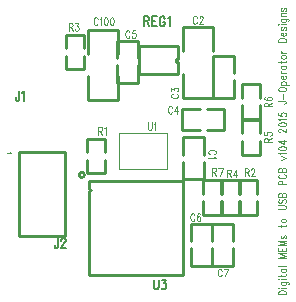
<source format=gto>
*
*
G04 PADS Layout (Build Number 2008.43.1) generated Gerber (RS-274-X) file*
G04 PC Version=2.1*
*
%IN "digital MEMs USB v103.p"*%
*
%MOIN*%
*
%FSLAX35Y35*%
*
*
*
*
G04 PC Standard Apertures*
*
*
G04 Thermal Relief Aperture macro.*
%AMTER*
1,1,$1,0,0*
1,0,$1-$2,0,0*
21,0,$3,$4,0,0,45*
21,0,$3,$4,0,0,135*
%
*
*
G04 Annular Aperture macro.*
%AMANN*
1,1,$1,0,0*
1,0,$2,0,0*
%
*
*
G04 Odd Aperture macro.*
%AMODD*
1,1,$1,0,0*
1,0,$1-0.005,0,0*
%
*
*
G04 PC Custom Aperture Macros*
*
*
*
*
*
*
G04 PC Aperture Table*
*
%ADD010C,0.001*%
%ADD012C,0.005*%
%ADD022C,0.01*%
%ADD072C,0.00394*%
%ADD084C,0.00197*%
*
*
*
*
G04 PC Circuitry*
G04 Layer Name digital MEMs USB v103.p - circuitry*
%LPD*%
*
*
G04 PC Custom Flashes*
G04 Layer Name digital MEMs USB v103.p - flashes*
%LPD*%
*
*
G04 PC Circuitry*
G04 Layer Name digital MEMs USB v103.p - circuitry*
%LPD*%
*
G54D10*
G54D12*
G01X107829Y169423D02*
Y166923D01*
X107716Y166454*
X107602Y166298*
X107375Y166142*
X107147*
X106920Y166298*
X106807Y166454*
X106693Y166923*
Y167235*
X108852Y168798D02*
X109079Y168954D01*
X109420Y169423*
Y166142*
X149606Y194226D02*
Y190945D01*
Y194226D02*
X150629D01*
X150970Y194070*
X151084Y193914*
X151197Y193601*
Y193289*
X151084Y192976*
X150970Y192820*
X150629Y192664*
X149606*
X150402D02*
X151197Y190945D01*
X152220Y194226D02*
Y190945D01*
Y194226D02*
X153697D01*
X152220Y192664D02*
X153129D01*
X152220Y190945D02*
X153697D01*
X156424Y193445D02*
X156311Y193757D01*
X156084Y194070*
X155856Y194226*
X155402*
X155174Y194070*
X154947Y193757*
X154834Y193445*
X154720Y192976*
Y192195*
X154834Y191726*
X154947Y191414*
X155174Y191101*
X155402Y190945*
X155856*
X156084Y191101*
X156311Y191414*
X156424Y191726*
Y192195*
X155856D02*
X156424D01*
X157447Y193601D02*
X157674Y193757D01*
X158015Y194226*
Y190945*
X152756Y106431D02*
Y104087D01*
X152870Y103618*
X153097Y103306*
X153438Y103150*
X153665*
X154006Y103306*
X154233Y103618*
X154347Y104087*
Y106431*
X155597D02*
X156847D01*
X156165Y105181*
X156506*
X156733Y105025*
X156847Y104868*
X156960Y104400*
Y104087*
X156847Y103618*
X156620Y103306*
X156279Y103150*
X155938*
X155597Y103306*
X155483Y103462*
X155370Y103775*
X120821Y120210D02*
Y117710D01*
X120708Y117242*
X120594Y117085*
X120367Y116929*
X120140*
X119912Y117085*
X119799Y117242*
X119685Y117710*
Y118023*
X121958Y119429D02*
Y119585D01*
X122071Y119898*
X122185Y120054*
X122412Y120210*
X122867*
X123094Y120054*
X123208Y119898*
X123321Y119585*
Y119273*
X123208Y118960*
X122980Y118492*
X121844Y116929*
X123435*
G54D22*
X169642Y148050D02*
Y153850D01*
X162642*
Y148050*
X169642Y145650D02*
Y139850D01*
X162642*
Y145650*
X168091Y163343D02*
X162291D01*
Y156343*
X168091*
X170491Y163343D02*
X176291D01*
Y156343*
X170491*
X147594Y180334D02*
Y186134D01*
X140594*
Y180334*
X147594Y177934D02*
Y172134D01*
X140594*
Y177934*
X140827Y181703D02*
Y189753D01*
X130827*
Y181703*
X140827Y174203D02*
Y166153D01*
X130827*
Y174203*
X130465Y146388D02*
Y141838D01*
X136465*
Y146388*
X130465Y148888D02*
Y153438D01*
X136465*
Y148888*
X182039Y152687D02*
Y148137D01*
X188039*
Y152687*
X182039Y155187D02*
Y159737D01*
X188039*
Y155187*
X182039Y164498D02*
Y159948D01*
X188039*
Y164498*
X182039Y166998D02*
Y171548D01*
X188039*
Y166998*
X129378Y183533D02*
Y188083D01*
X123378*
Y183533*
X129378Y181033D02*
Y176483D01*
X123378*
Y181033*
X172484Y172816D02*
Y167016D01*
X179484*
Y172816*
X172484Y175216D02*
Y181016D01*
X179484*
Y175216*
X162323Y174990D02*
Y166940D01*
X172323*
Y174990*
X162323Y182490D02*
Y190540D01*
X172323*
Y182490*
X160827Y184154D02*
Y180106D01*
X160015*
Y178949*
X160827*
Y174902*
X147835*
Y184154*
X160827*
X181252Y132608D02*
Y128058D01*
X187252*
Y132608*
X181252Y135108D02*
Y139658D01*
X187252*
Y135108*
X175346Y132608D02*
Y128058D01*
X181346*
Y132608*
X175346Y135108D02*
Y139658D01*
X181346*
Y135108*
X175047D02*
Y139658D01*
X169047*
Y135108*
X175047Y132608D02*
Y128058D01*
X169047*
Y132608*
X129620Y141339D02*
G75*
G03X129620I-880J0D01*
G01X131102Y107874D02*
X162598D01*
Y139370*
X131102*
Y136614*
X131890Y136220*
X131102Y135827*
Y107874*
X107677Y148976D02*
X123031D01*
Y121102*
X107677*
Y148976*
X165004Y116910D02*
Y111110D01*
X172004*
Y116910*
X165004Y119310D02*
Y125110D01*
X172004*
Y119310*
X172091Y116910D02*
Y111110D01*
X179091*
Y116910*
X172091Y119310D02*
Y125110D01*
X179091*
Y119310*
G54D72*
X157213Y143213D02*
Y155213D01*
X141213*
Y143213*
X157213*
X172835Y148264D02*
X173081Y148354D01*
X173327Y148533*
X173450Y148712*
Y149069*
X173327Y149248*
X173081Y149427*
X172835Y149517*
X172466Y149606*
X171850*
X171481Y149517*
X171235Y149427*
X170989Y149248*
X170866Y149069*
Y148712*
X170989Y148533*
X171235Y148354*
X171481Y148264*
X172958Y147459D02*
X173081Y147280D01*
X173450Y147011*
X170866*
X158822Y163780D02*
X158733Y164026D01*
X158554Y164272*
X158375Y164395*
X158017*
X157838Y164272*
X157659Y164026*
X157570Y163780*
X157480Y163410*
Y162795*
X157570Y162426*
X157659Y162180*
X157838Y161934*
X158017Y161811*
X158375*
X158554Y161934*
X158733Y162180*
X158822Y162426*
X160523Y164395D02*
X159628Y162672D01*
X160970*
X160523Y164395D02*
Y161811D01*
X144649Y188976D02*
X144560Y189222D01*
X144381Y189469*
X144202Y189592*
X143844*
X143665Y189469*
X143486Y189222*
X143397Y188976*
X143307Y188607*
Y187992*
X143397Y187623*
X143486Y187377*
X143665Y187131*
X143844Y187008*
X144202*
X144381Y187131*
X144560Y187377*
X144649Y187623*
X146618Y189592D02*
X145723D01*
X145634Y188484*
X145634D02*
X145723Y188607D01*
X145991Y188730*
X146260*
X146528Y188607*
X146707Y188361*
X146797Y187992*
X146707Y187746*
X146618Y187377*
X146439Y187131*
X146170Y187008*
X145902*
X145634Y187131*
X145634D02*
X145544Y187254D01*
X145455Y187500*
X134019Y193307D02*
X133930Y193553D01*
X133751Y193799*
X133572Y193922*
X133214*
X133035Y193799*
X132856Y193553*
X132767Y193307*
X132677Y192938*
Y192323*
X132767Y191954*
X132856Y191708*
X133035Y191462*
X133214Y191339*
X133572*
X133751Y191462*
X133930Y191708*
X134019Y191954*
X134825Y193430D02*
X135004Y193553D01*
X135272Y193922*
Y191339*
X136614Y193922D02*
X136346Y193799D01*
X136167Y193430*
X136077Y192815*
Y192446*
X136167Y191831*
X136346Y191462*
X136614Y191339*
X136793*
X137062Y191462*
X137241Y191831*
X137330Y192446*
Y192815*
X137241Y193430*
X137062Y193799*
X136793Y193922*
X136614*
X138672D02*
X138404Y193799D01*
X138225Y193430*
X138135Y192815*
Y192446*
X138225Y191831*
X138404Y191462*
X138672Y191339*
X138851*
X139120Y191462*
X139298Y191831*
X139388Y192446*
Y192815*
X139298Y193430*
X139120Y193799*
X138851Y193922*
X138672*
X134252Y157308D02*
Y154724D01*
Y157308D02*
X135057D01*
X135326Y157185*
X135415Y157062*
X135505Y156816*
Y156570*
X135415Y156324*
X135326Y156201*
X135057Y156078*
X134252*
X134878D02*
X135505Y154724D01*
X136310Y156816D02*
X136489Y156939D01*
X136757Y157308*
Y154724*
X189542Y152362D02*
X192126D01*
X189542D02*
Y153168D01*
X189665Y153436*
X189788Y153525*
X190034Y153615*
X190281*
X190527Y153525*
X190650Y153436*
X190773Y153168*
Y152362*
Y152989D02*
X192126Y153615D01*
X189542Y155583D02*
Y154689D01*
X190650Y154599*
X190527Y154689*
X190404Y154957*
Y155225*
X190527Y155494*
X190773Y155673*
X191142Y155762*
X191388Y155673*
X191757Y155583*
X192003Y155404*
X192126Y155136*
Y154868*
X192003Y154599*
X191880Y154510*
X191634Y154420*
X189542Y164173D02*
X192126D01*
X189542D02*
Y164979D01*
X189665Y165247*
X189788Y165336*
X190034Y165426*
X190281*
X190527Y165336*
X190650Y165247*
X190773Y164979*
Y164173*
Y164800D02*
X192126Y165426D01*
X189911Y167305D02*
X189665Y167215D01*
X189542Y166947*
Y166768*
X189665Y166500*
X190034Y166321*
X190650Y166231*
X191265*
X191757Y166321*
X192003Y166500*
X192126Y166768*
Y166858*
X192003Y167126*
X191757Y167305*
X191388Y167394*
X191265*
X190896Y167305*
X190650Y167126*
X190527Y166858*
Y166768*
X190650Y166500*
X190896Y166321*
X191265Y166231*
X124409Y191954D02*
Y189370D01*
Y191954D02*
X125215D01*
X125483Y191831*
X125573Y191708*
X125662Y191462*
Y191216*
X125573Y190969*
X125483Y190846*
X125215Y190723*
X124409*
X125036D02*
X125662Y189370D01*
X126646Y191954D02*
X127631D01*
X127094Y190969*
X127362*
X127541Y190846*
X127631Y190723*
X127720Y190354*
Y190108*
X127631Y189739*
X127452Y189493*
X127183Y189370*
X126915*
X126646Y189493*
X126557Y189616*
X126467Y189862*
X159016Y168358D02*
X158770Y168268D01*
X158524Y168089*
X158401Y167911*
Y167553*
X158524Y167374*
X158770Y167195*
X159016Y167105*
X159385Y167016*
X160000*
X160369Y167105*
X160615Y167195*
X160861Y167374*
X160984Y167553*
Y167911*
X160861Y168089*
X160615Y168268*
X160369Y168358*
X158401Y169342D02*
Y170326D01*
X159385Y169790*
Y170058*
X159508Y170237*
X159631Y170326*
X160000Y170416*
X160246*
X160615Y170326*
X160861Y170147*
X160984Y169879*
Y169611*
X160861Y169342*
X160738Y169253*
X160492Y169163*
X167090Y193701D02*
X167001Y193947D01*
X166822Y194193*
X166643Y194316*
X166285*
X166106Y194193*
X165927Y193947*
X165838Y193701*
X165748Y193332*
Y192717*
X165838Y192347*
X165927Y192101*
X166106Y191855*
X166285Y191732*
X166643*
X166822Y191855*
X167001Y192101*
X167090Y192347*
X167985Y193701D02*
Y193824D01*
X168074Y194070*
X168164Y194193*
X168343Y194316*
X168701*
X168880Y194193*
X168969Y194070*
X169059Y193824*
Y193578*
X168969Y193332*
X168790Y192963*
X167895Y191732*
X169148*
X150787Y158883D02*
Y157037D01*
X150877Y156668*
X151056Y156422*
X151324Y156299*
X151503*
X151772Y156422*
X151951Y156668*
X152040Y157037*
Y158883*
X152845Y158391D02*
X153024Y158514D01*
X153293Y158883*
Y156299*
X183071Y143529D02*
Y140945D01*
Y143529D02*
X183876D01*
X184145Y143406*
X184234Y143282*
X184324Y143036*
Y142790*
X184234Y142544*
X184145Y142421*
X183876Y142298*
X183071*
X183697D02*
X184324Y140945D01*
X185218Y142913D02*
Y143036D01*
X185308Y143282*
X185397Y143406*
X185576Y143529*
X185934*
X186113Y143406*
X186203Y143282*
X186292Y143036*
Y142790*
X186203Y142544*
X186024Y142175*
X185129Y140945*
X186382*
X177165Y143135D02*
Y140551D01*
Y143135D02*
X177971D01*
X178239Y143012*
X178329Y142889*
X178418Y142643*
Y142397*
X178329Y142151*
X178239Y142028*
X177971Y141905*
X177165*
X177792D02*
X178418Y140551D01*
X180118Y143135D02*
X179223Y141412D01*
X180565*
X180118Y143135D02*
Y140551D01*
X172047Y143787D02*
Y140945D01*
Y143787D02*
X172933D01*
X173228Y143652*
X173327Y143516*
X173425Y143246*
Y142975*
X173327Y142704*
X173228Y142569*
X172933Y142434*
X172047*
X172736D02*
X173425Y140945D01*
X175689Y143787D02*
X174705Y140945D01*
X174311Y143787D02*
X175689D01*
X166303Y127953D02*
X166213Y128199D01*
X166034Y128445*
X165855Y128568*
X165497*
X165319Y128445*
X165140Y128199*
X165050Y127953*
X164961Y127584*
Y126969*
X165050Y126599*
X165140Y126353*
X165319Y126107*
X165497Y125984*
X165855*
X166034Y126107*
X166213Y126353*
X166303Y126599*
X168182Y128199D02*
X168092Y128445D01*
X167824Y128568*
X167645*
X167377Y128445*
X167198Y128076*
X167108Y127461*
Y126845*
X167198Y126353*
X167377Y126107*
X167645Y125984*
X167734*
X168003Y126107*
X168182Y126353*
X168271Y126722*
Y126845*
X168182Y127215*
X168003Y127461*
X167734Y127584*
X167645*
X167377Y127461*
X167198Y127215*
X167108Y126845*
X175358Y109449D02*
X175268Y109695D01*
X175089Y109941*
X174911Y110064*
X174553*
X174374Y109941*
X174195Y109695*
X174105Y109449*
X174016Y109080*
Y108465*
X174105Y108095*
X174195Y107849*
X174374Y107603*
X174553Y107480*
X174911*
X175089Y107603*
X175268Y107849*
X175358Y108095*
X177416Y110064D02*
X176521Y107480D01*
X176163Y110064D02*
X177416D01*
X194882Y155601D02*
X194759D01*
X194513Y155691*
X194390Y155780*
X194267Y155959*
Y156317*
X194390Y156496*
X194513Y156586*
X194759Y156675*
X195005*
X195251Y156586*
X195620Y156407*
X196850Y155512*
Y156764*
X194267Y158107D02*
X194390Y157838D01*
X194759Y157659*
X195374Y157570*
X195743*
X196358Y157659*
X196727Y157838*
X196850Y158107*
Y158286*
X196727Y158554*
X196358Y158733*
X195743Y158822*
X195374*
X194759Y158733*
X194390Y158554*
X194267Y158286*
Y158107*
X194759Y159628D02*
X194636Y159807D01*
X194267Y160075*
X196850*
X194267Y162044D02*
Y161149D01*
X195374Y161059*
X195251Y161149*
X195128Y161417*
Y161686*
X195251Y161954*
X195497Y162133*
X195866Y162223*
X196112Y162133*
X196481Y162044*
X196727Y161865*
X196850Y161596*
Y161328*
X196727Y161059*
X196604Y160970*
X196358Y160880*
X194267Y165981D02*
X196235D01*
X196604Y165891*
X196727Y165802*
X196850Y165623*
Y165444*
X196727Y165265*
X196604Y165175*
X196235Y165086*
X195989*
X195743Y166786D02*
Y168397D01*
X194267Y169739D02*
X194390Y169560D01*
X194636Y169381*
X194882Y169291*
X195251Y169202*
X195866*
X196235Y169291*
X196481Y169381*
X196727Y169560*
X196850Y169739*
Y170097*
X196727Y170276*
X196481Y170455*
X196235Y170544*
X195866Y170634*
X195866D02*
X195251D01*
X195251D02*
X194882Y170544D01*
X194636Y170455*
X194390Y170276*
X194267Y170097*
Y169739*
X195128Y171439D02*
X197712D01*
X195497D02*
X195251Y171618D01*
X195128Y171797*
Y172065*
X195251Y172244*
X195497Y172423*
X195866Y172513*
X196112*
X196481Y172423*
X196727Y172244*
X196850Y172065*
Y171797*
X196727Y171618*
X196481Y171439*
X195866Y173318D02*
Y174392D01*
X195620*
X195374Y174302*
X195251Y174213*
X195128Y174034*
Y173765*
X195251Y173586*
X195497Y173407*
X195866Y173318*
X196112*
X196481Y173407*
X196727Y173586*
X196850Y173765*
Y174034*
X196727Y174213*
X196481Y174392*
X195128Y175197D02*
X196850D01*
X195866D02*
X195497Y175286D01*
X195251Y175465*
X195128Y175644*
Y175913*
Y177792D02*
X196850D01*
X195497D02*
X195251Y177613D01*
X195128Y177434*
Y177165*
X195251Y176986*
X195497Y176807*
X195866Y176718*
X196112*
X196481Y176807*
X196727Y176986*
X196850Y177165*
Y177434*
X196727Y177613*
X196481Y177792*
X194267Y178865D02*
X196358D01*
X196727Y178955*
X196850Y179134*
Y179313*
X195128Y178597D02*
Y179223D01*
Y180565D02*
X195251Y180387D01*
X195497Y180208*
X195866Y180118*
X196112*
X196481Y180208*
X196727Y180387*
X196850Y180565*
X196850D02*
Y180834D01*
X196727Y181013*
X196481Y181192*
X196112Y181281*
X195866*
X195497Y181192*
X195251Y181013*
X195128Y180834*
Y180565*
Y182087D02*
X196850D01*
X195866D02*
X195497Y182176D01*
X195251Y182355*
X195128Y182534*
Y182802*
X194267Y185666D02*
X196850D01*
X194267D02*
Y186292D01*
X194390Y186560*
X194636Y186739*
X194882Y186829*
X195251Y186918*
X195866*
X196235Y186829*
X196481Y186739*
X196727Y186560*
X196850Y186292*
Y185666*
X195866Y187724D02*
Y188797D01*
X195620*
X195374Y188708*
X195251Y188618*
X195128Y188440*
Y188171*
X195251Y187992*
X195497Y187813*
X195866Y187724*
X196112*
X196481Y187813*
X196727Y187992*
X196850Y188171*
Y188440*
X196727Y188618*
X196481Y188797*
X195497Y190587D02*
X195251Y190497D01*
X195128Y190229*
Y189961*
X195251Y189692*
X195497Y189603*
X195743Y189692*
X195866Y189871*
X195989Y190319*
X196112Y190497*
X196358Y190587*
X196481*
X196727Y190497*
X196850Y190229*
Y189961*
X196727Y189692*
X196481Y189603*
X194267Y191392D02*
X194390Y191482D01*
X194267Y191571*
X194144Y191482*
X194267Y191392*
X195128Y191482D02*
X196850D01*
X195128Y193450D02*
X197096D01*
X197466Y193361*
X197589Y193271*
X197712Y193092*
Y192824*
X197589Y192645*
X195497Y193450D02*
X195251Y193271D01*
X195128Y193092*
Y192824*
X195251Y192645*
X195497Y192466*
X195866Y192377*
X196112*
X196481Y192466*
X196727Y192645*
X196850Y192824*
Y193092*
X196727Y193271*
X196481Y193450*
X195128Y194256D02*
X196850D01*
X195620D02*
X195251Y194524D01*
X195128Y194703*
Y194971*
X195251Y195150*
X195620Y195240*
X196850*
X195497Y197029D02*
X195251Y196940D01*
X195128Y196671*
Y196403*
X195251Y196135*
X195497Y196045*
X195743Y196135*
X195866Y196314*
X195989Y196761*
X196112Y196940*
X196358Y197029*
X196481*
X196727Y196940*
X196850Y196671*
Y196403*
X196727Y196135*
X196481Y196045*
X194267Y129921D02*
X196112D01*
X196481Y130011*
X196727Y130190*
X196850Y130458*
Y130637*
X196727Y130906*
X196481Y131084*
X196112Y131174*
X194267*
X194636Y133232D02*
X194390Y133053D01*
X194267Y132785*
Y132427*
X194390Y132158*
X194636Y131979*
X194882*
X195128Y132069*
X195251Y132158*
X195374Y132337*
X195620Y132874*
X195743Y133053*
X195866Y133142*
X196112Y133232*
X196481*
X196727Y133053*
X196850Y132785*
Y132427*
X196727Y132158*
X196481Y131979*
X194267Y134037D02*
X196850D01*
X194267D02*
Y134843D01*
X194390Y135111*
X194513Y135200*
X194759Y135290*
X195005*
X195251Y135200*
X195374Y135111*
X195497Y134843*
Y134037D02*
Y134843D01*
X195620Y135111*
X195743Y135200*
X195989Y135290*
X196358*
X196604Y135200*
X196727Y135111*
X196850Y134843*
Y134037*
X194267Y138153D02*
X196850D01*
X194267D02*
Y138958D01*
X194390Y139227*
X194513Y139316*
X194759Y139406*
X195128*
X195374Y139316*
X195497Y139227*
X195620Y138958*
Y138153*
X194882Y141553D02*
X194636Y141464D01*
X194390Y141285*
X194267Y141106*
Y140748*
X194390Y140569*
X194636Y140390*
X194882Y140301*
X195251Y140211*
X195866*
X196235Y140301*
X196481Y140390*
X196727Y140569*
X196850Y140748*
Y141106*
X196727Y141285*
X196481Y141464*
X196235Y141553*
X194267Y142359D02*
X196850D01*
X194267D02*
Y143164D01*
X194390Y143432*
X194513Y143522*
X194759Y143611*
X195005*
X195251Y143522*
X195374Y143432*
X195497Y143164*
Y142359D02*
Y143164D01*
X195620Y143432*
X195743Y143522*
X195989Y143611*
X196358*
X196604Y143522*
X196727Y143432*
X196850Y143164*
Y142359*
X195128Y146475D02*
X196850Y147011D01*
X195128Y147548D02*
X196850Y147011D01*
X194759Y148354D02*
X194636Y148533D01*
X194267Y148801*
X196850*
X194267Y150143D02*
X194390Y149875D01*
X194759Y149696*
X195374Y149606*
X195743*
X196358Y149696*
X196727Y149875*
X196850Y150143*
Y150322*
X196727Y150591*
X196358Y150770*
X195743Y150859*
X195374*
X194759Y150770*
X194390Y150591*
X194267Y150322*
Y150143*
Y152559D02*
X195989Y151664D01*
Y153006*
X194267Y152559D02*
X196850D01*
X194267Y101575D02*
X196850D01*
X194267D02*
Y102201D01*
X194390Y102470*
X194636Y102649*
X194882Y102738*
X195251Y102827*
X195866*
X196235Y102738*
X196481Y102649*
X196727Y102470*
X196850Y102201*
Y101575*
X194267Y103633D02*
X194390Y103722D01*
X194267Y103812*
X194144Y103722*
X194267Y103633*
X195128Y103722D02*
X196850D01*
X195128Y105691D02*
X197096D01*
X197466Y105601*
X197589Y105512*
X197712Y105333*
Y105064*
X197589Y104885*
X195497Y105691D02*
X195251Y105512D01*
X195128Y105333*
Y105064*
X195251Y104885*
X195497Y104707*
X195866Y104617*
X196112*
X196481Y104707*
X196727Y104885*
X196850Y105064*
Y105333*
X196727Y105512*
X196481Y105691*
X194267Y106496D02*
X194390Y106586D01*
X194267Y106675*
X194144Y106586*
X194267Y106496*
X195128Y106586D02*
X196850D01*
X194267Y107749D02*
X196358D01*
X196727Y107838*
X196850Y108017*
Y108196*
X195128Y107480D02*
Y108107D01*
Y110075D02*
X196850D01*
X195497D02*
X195251Y109896D01*
X195128Y109717*
Y109449*
X195251Y109270*
X195497Y109091*
X195866Y109001*
X196112*
X196481Y109091*
X196727Y109270*
X196850Y109449*
Y109717*
X196727Y109896*
X196481Y110075*
X194267Y110880D02*
X196850D01*
X194267Y113744D02*
X196850D01*
X194267D02*
X196850Y114460D01*
X194267Y115175D02*
X196850Y114460D01*
X194267Y115175D02*
X196850D01*
X194267Y115981D02*
X196850D01*
X194267D02*
Y117144D01*
X195497Y115981D02*
Y116696D01*
X196850Y115981D02*
Y117144D01*
X194267Y117949D02*
X196850D01*
X194267D02*
X196850Y118665D01*
X194267Y119381D02*
X196850Y118665D01*
X194267Y119381D02*
X196850D01*
X195497Y121170D02*
X195251Y121081D01*
X195128Y120812*
Y120544*
X195251Y120276*
X195497Y120186*
X195743Y120276*
X195866Y120455*
X195989Y120902*
X196112Y121081*
X196358Y121170*
X196481*
X196727Y121081*
X196850Y120812*
Y120544*
X196727Y120276*
X196481Y120186*
X194267Y124302D02*
X196358D01*
X196727Y124392*
X196850Y124571*
Y124749*
X195128Y124034D02*
Y124660D01*
Y126002D02*
X195251Y125823D01*
X195497Y125644*
X195866Y125555*
X196112*
X196481Y125644*
X196727Y125823*
X196850Y126002*
Y126271*
X196727Y126450*
X196481Y126628*
X196112Y126718*
X195866*
X195497Y126628*
X195251Y126450*
X195128Y126271*
Y126002*
G54D84*
X104983Y148819D02*
X105044Y148729D01*
X105229Y148595*
X103937*
G74*
X0Y0D02*
M02*

</source>
